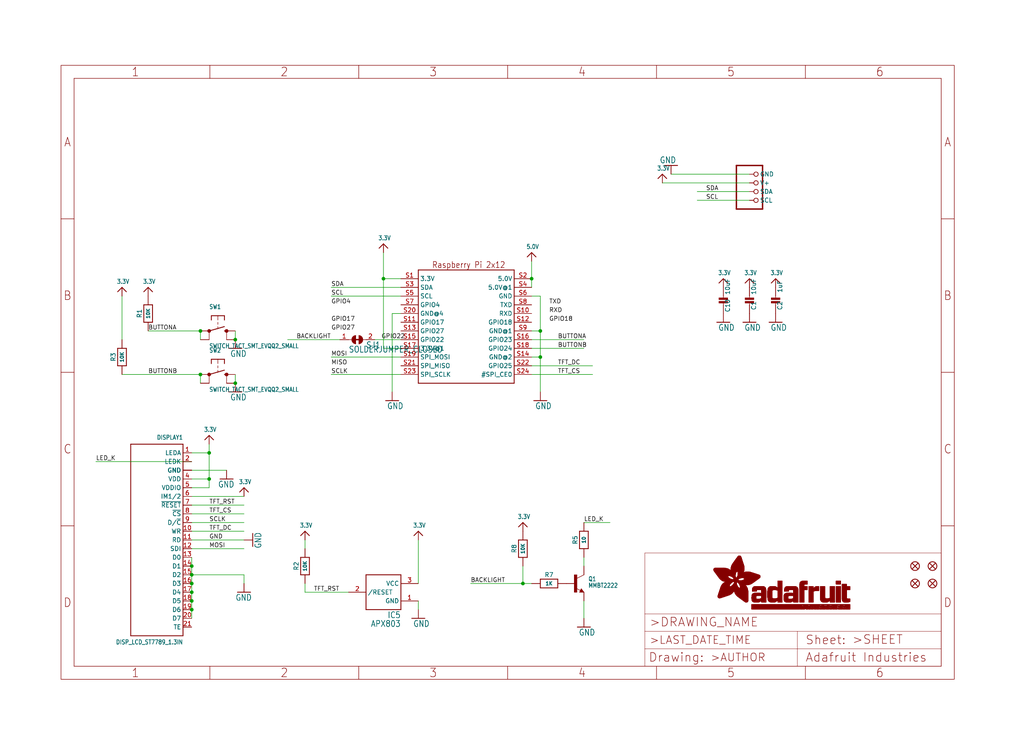
<source format=kicad_sch>
(kicad_sch (version 20211123) (generator eeschema)
  (paper "User" 298.45 217.881)
  (lib_symbols
    (symbol "schematicEagle-eagle-import:3.3V" (power)
      (property "Value" "3.3V" (at -1.524 1.016 0))
      (symbol "3.3V_1_0"
        (pin power_in line (at 0 -2.54 90) (length 2.54) (name "3.3V") (number "1"))
      )
    )
    (symbol "schematicEagle-eagle-import:5.0V" (power)
      (property "Value" "5.0V" (at -1.524 1.016 0))
      (symbol "5.0V_1_0"
        (pin power_in line (at 0 -2.54 90) (length 2.54) (name "5.0V") (number "1"))
      )
    )
    (symbol "schematicEagle-eagle-import:AXP083-SAG"
      (property "Reference" "IC" (at -5.08 -7.62 0))
      (property "Value" "AXP083-SAG" (at -5.08 -10.16 0))
      (symbol "AXP083-SAG_1_0"
        (pin power_in line (at -10.16 -2.54 0) (length 5.08) (name "GND") (number "1"))
        (pin output line (at 10.16 0 180) (length 5.08) (name "/RESET") (number "2"))
        (pin power_in line (at -10.16 2.54 0) (length 5.08) (name "VCC") (number "3"))
      )
    )
    (symbol "schematicEagle-eagle-import:CAP_CERAMIC0603_NO"
      (property "Reference" "C" (at -2.29 1.25 90))
      (property "Value" "CAP_CERAMIC0603_NO" (at 2.3 1.25 90))
      (symbol "CAP_CERAMIC0603_NO_1_0"
        (pin passive line (at 0 5.08 270) (length 2.54) (name "1") (number "1"))
        (pin passive line (at 0 -2.54 90) (length 2.54) (name "2") (number "2"))
      )
    )
    (symbol "schematicEagle-eagle-import:CAP_CERAMIC0805-NOOUTLINE"
      (property "Reference" "C" (at -2.29 1.25 90))
      (property "Value" "CAP_CERAMIC0805-NOOUTLINE" (at 2.3 1.25 90))
      (symbol "CAP_CERAMIC0805-NOOUTLINE_1_0"
        (pin passive line (at 0 5.08 270) (length 2.54) (name "1") (number "1"))
        (pin passive line (at 0 -2.54 90) (length 2.54) (name "2") (number "2"))
      )
    )
    (symbol "schematicEagle-eagle-import:DISP_LCD_ST7789_1.3IN"
      (property "Reference" "DISPLAY" (at -7.62 31.75 0))
      (property "Value" "DISP_LCD_ST7789_1.3IN" (at -7.62 -27.94 0))
      (symbol "DISP_LCD_ST7789_1.3IN_1_0"
        (pin input line (at -10.16 27.94 0) (length 2.54) (name "LEDA") (number "1"))
        (pin input line (at -10.16 5.08 0) (length 2.54) (name "WR") (number "10"))
        (pin input line (at -10.16 2.54 0) (length 2.54) (name "RD") (number "11"))
        (pin input line (at -10.16 0 0) (length 2.54) (name "SDI") (number "12"))
        (pin bidirectional line (at -10.16 -2.54 0) (length 2.54) (name "D0") (number "13"))
        (pin bidirectional line (at -10.16 -5.08 0) (length 2.54) (name "D1") (number "14"))
        (pin bidirectional line (at -10.16 -7.62 0) (length 2.54) (name "D2") (number "15"))
        (pin bidirectional line (at -10.16 -10.16 0) (length 2.54) (name "D3") (number "16"))
        (pin bidirectional line (at -10.16 -12.7 0) (length 2.54) (name "D4") (number "17"))
        (pin bidirectional line (at -10.16 -15.24 0) (length 2.54) (name "D5") (number "18"))
        (pin bidirectional line (at -10.16 -17.78 0) (length 2.54) (name "D6") (number "19"))
        (pin input line (at -10.16 25.4 0) (length 2.54) (name "LEDK") (number "2"))
        (pin bidirectional line (at -10.16 -20.32 0) (length 2.54) (name "D7") (number "20"))
        (pin output line (at -10.16 -22.86 0) (length 2.54) (name "TE") (number "21"))
        (pin power_in line (at -10.16 22.86 0) (length 2.54) (name "GND") (number "23"))
        (pin power_in line (at -10.16 22.86 0) (length 2.54) (name "GND") (number "24"))
        (pin power_in line (at -10.16 22.86 0) (length 2.54) (name "GND") (number "3"))
        (pin power_in line (at -10.16 20.32 0) (length 2.54) (name "VDD") (number "4"))
        (pin power_in line (at -10.16 17.78 0) (length 2.54) (name "VDDIO") (number "5"))
        (pin input line (at -10.16 15.24 0) (length 2.54) (name "IM1/2") (number "6"))
        (pin input line (at -10.16 12.7 0) (length 2.54) (name "~{RESET}") (number "7"))
        (pin input line (at -10.16 10.16 0) (length 2.54) (name "~{CS}") (number "8"))
        (pin input line (at -10.16 7.62 0) (length 2.54) (name "D/~{C}") (number "9"))
      )
    )
    (symbol "schematicEagle-eagle-import:FIDUCIAL_1MM")
    (symbol "schematicEagle-eagle-import:FRAME_A4_ADAFRUIT"
      (symbol "FRAME_A4_ADAFRUIT_0_0"
        (text "1" (at 21.6958 1.905 0) (effects (font (size 2.54 2.286))))
        (text "1" (at 21.6958 177.165 0) (effects (font (size 2.54 2.286))))
        (text "2" (at 65.0875 1.905 0) (effects (font (size 2.54 2.286))))
        (text "2" (at 65.0875 177.165 0) (effects (font (size 2.54 2.286))))
        (text "3" (at 108.4792 1.905 0) (effects (font (size 2.54 2.286))))
        (text "3" (at 108.4792 177.165 0) (effects (font (size 2.54 2.286))))
        (text "4" (at 151.8708 1.905 0) (effects (font (size 2.54 2.286))))
        (text "4" (at 151.8708 177.165 0) (effects (font (size 2.54 2.286))))
        (text "5" (at 195.2625 1.905 0) (effects (font (size 2.54 2.286))))
        (text "5" (at 195.2625 177.165 0) (effects (font (size 2.54 2.286))))
        (text "6" (at 238.6542 1.905 0) (effects (font (size 2.54 2.286))))
        (text "6" (at 238.6542 177.165 0) (effects (font (size 2.54 2.286))))
        (text "A" (at 1.905 156.6863 0) (effects (font (size 2.54 2.286))))
        (text "A" (at 258.445 156.6863 0) (effects (font (size 2.54 2.286))))
        (text "B" (at 1.905 111.9188 0) (effects (font (size 2.54 2.286))))
        (text "B" (at 258.445 111.9188 0) (effects (font (size 2.54 2.286))))
        (text "C" (at 1.905 67.1513 0) (effects (font (size 2.54 2.286))))
        (text "C" (at 258.445 67.1513 0) (effects (font (size 2.54 2.286))))
        (text "D" (at 1.905 22.3838 0) (effects (font (size 2.54 2.286))))
        (text "D" (at 258.445 22.3838 0) (effects (font (size 2.54 2.286))))
      )
      (symbol "FRAME_A4_ADAFRUIT_1_0"
        (text ">AUTHOR" (at 189.23 5.08 0) (effects (font (size 2.286 2.286)) (justify left bottom)))
        (text ">DRAWING_NAME" (at 171.45 15.24 0) (effects (font (size 2.54 2.54)) (justify left bottom)))
        (text ">LAST_DATE_TIME" (at 171.45 10.16 0) (effects (font (size 2.286 2.286)) (justify left bottom)))
        (text ">SHEET" (at 230.505 10.16 0) (effects (font (size 2.54 2.54)) (justify left bottom)))
        (text "Adafruit Industries" (at 216.916 4.953 0) (effects (font (size 2.54 2.54)) (justify left bottom)))
        (text "Drawing:" (at 171.196 4.953 0) (effects (font (size 2.54 2.54)) (justify left bottom)))
        (text "Sheet:" (at 216.916 10.033 0) (effects (font (size 2.54 2.54)) (justify left bottom)))
      )
    )
    (symbol "schematicEagle-eagle-import:GND" (power)
      (property "Value" "GND" (at -2.54 -2.54 0))
      (symbol "GND_1_0"
        (pin power_in line (at 0 2.54 270) (length 2.54) (name "GND") (number "1"))
      )
    )
    (symbol "schematicEagle-eagle-import:RASPBERRYPI_2X12_SMT"
      (symbol "RASPBERRYPI_2X12_SMT_1_0"
        (text "Raspberry Pi 2x12" (at 12.7 17.78 0) (effects (font (size 1.778 1.5113)) (justify right top)))
        (pin power_in line (at -17.78 12.7 0) (length 5.08) (name "3.3V") (number "S1"))
        (pin bidirectional line (at 20.32 2.54 180) (length 5.08) (name "RXD") (number "S10"))
        (pin bidirectional line (at -17.78 0 0) (length 5.08) (name "GPIO17") (number "S11"))
        (pin bidirectional line (at 20.32 0 180) (length 5.08) (name "GPIO18") (number "S12"))
        (pin bidirectional line (at -17.78 -2.54 0) (length 5.08) (name "GPIO27") (number "S13"))
        (pin power_in line (at 20.32 -10.16 180) (length 5.08) (name "GND@2") (number "S14"))
        (pin bidirectional line (at -17.78 -5.08 0) (length 5.08) (name "GPIO22") (number "S15"))
        (pin bidirectional line (at 20.32 -5.08 180) (length 5.08) (name "GPIO23") (number "S16"))
        (pin power_in line (at -17.78 -7.62 0) (length 5.08) (name "3.3V@1") (number "S17"))
        (pin bidirectional line (at 20.32 -7.62 180) (length 5.08) (name "GPIO24") (number "S18"))
        (pin bidirectional line (at -17.78 -10.16 0) (length 5.08) (name "SPI_MOSI") (number "S19"))
        (pin power_in line (at 20.32 12.7 180) (length 5.08) (name "5.0V") (number "S2"))
        (pin power_in line (at -17.78 2.54 0) (length 5.08) (name "GND@4") (number "S20"))
        (pin bidirectional line (at -17.78 -12.7 0) (length 5.08) (name "SPI_MISO") (number "S21"))
        (pin bidirectional line (at 20.32 -12.7 180) (length 5.08) (name "GPIO25") (number "S22"))
        (pin bidirectional line (at -17.78 -15.24 0) (length 5.08) (name "SPI_SCLK") (number "S23"))
        (pin bidirectional line (at 20.32 -15.24 180) (length 5.08) (name "#SPI_CE0") (number "S24"))
        (pin bidirectional line (at -17.78 10.16 0) (length 5.08) (name "SDA") (number "S3"))
        (pin power_in line (at 20.32 10.16 180) (length 5.08) (name "5.0V@1") (number "S4"))
        (pin bidirectional line (at -17.78 7.62 0) (length 5.08) (name "SCL") (number "S5"))
        (pin power_in line (at 20.32 7.62 180) (length 5.08) (name "GND") (number "S6"))
        (pin bidirectional line (at -17.78 5.08 0) (length 5.08) (name "GPIO4") (number "S7"))
        (pin bidirectional line (at 20.32 5.08 180) (length 5.08) (name "TXD") (number "S8"))
        (pin power_in line (at 20.32 -2.54 180) (length 5.08) (name "GND@1") (number "S9"))
      )
    )
    (symbol "schematicEagle-eagle-import:RESISTOR_0603_NOOUT"
      (property "Reference" "R" (at 0 2.54 0))
      (property "Value" "RESISTOR_0603_NOOUT" (at 0 0 0))
      (symbol "RESISTOR_0603_NOOUT_1_0"
        (pin passive line (at -5.08 0 0) (length 2.54) (name "1") (number "1"))
        (pin passive line (at 5.08 0 180) (length 2.54) (name "2") (number "2"))
      )
    )
    (symbol "schematicEagle-eagle-import:SOLDERJUMPER_CLOSED"
      (property "Reference" "SJ" (at -2.54 2.54 0))
      (property "Value" "SOLDERJUMPER_CLOSED" (at -2.54 -3.81 0))
      (symbol "SOLDERJUMPER_CLOSED_1_0"
        (pin passive line (at -5.08 0 0) (length 2.54) (name "1") (number "1"))
        (pin passive line (at 5.08 0 180) (length 2.54) (name "2") (number "2"))
      )
    )
    (symbol "schematicEagle-eagle-import:STEMMA_I2C_QT"
      (symbol "STEMMA_I2C_QT_1_0"
        (pin passive inverted (at 0 5.08 0) (length 2.54) (name "GND") (number "1"))
        (pin passive inverted (at 0 2.54 0) (length 2.54) (name "V+") (number "2"))
        (pin passive inverted (at 0 0 0) (length 2.54) (name "SDA") (number "3"))
        (pin passive inverted (at 0 -2.54 0) (length 2.54) (name "SCL") (number "4"))
      )
      (symbol "STEMMA_I2C_QT_2_0"
        (pin bidirectional line (at 0 0 0) (length 5.08) (name "MT") (number "MT1"))
      )
      (symbol "STEMMA_I2C_QT_3_0"
        (pin bidirectional line (at 0 0 0) (length 5.08) (name "MT") (number "MT2"))
      )
    )
    (symbol "schematicEagle-eagle-import:SWITCH_TACT_SMT_EVQQ2_SMALL"
      (property "Reference" "SW" (at -2.54 6.35 0))
      (property "Value" "SWITCH_TACT_SMT_EVQQ2_SMALL" (at -2.54 -5.08 0))
      (symbol "SWITCH_TACT_SMT_EVQQ2_SMALL_1_0"
        (pin passive line (at -5.08 0 0) (length 2.54) (name "P") (number "A"))
        (pin passive line (at -5.08 -2.54 0) (length 2.54) (name "P1") (number "A'"))
        (pin passive line (at 5.08 0 180) (length 2.54) (name "S") (number "B"))
        (pin passive line (at 5.08 -2.54 180) (length 2.54) (name "S1") (number "B'"))
      )
    )
    (symbol "schematicEagle-eagle-import:TRANSISTOR_NPNWIDE"
      (property "Reference" "Q" (at 1.27 0.635 0))
      (property "Value" "TRANSISTOR_NPNWIDE" (at 1.27 -1.27 0))
      (symbol "TRANSISTOR_NPNWIDE_1_0"
        (pin passive line (at -5.08 0 0) (length 2.54) (name "B") (number "1"))
        (pin passive line (at 0 -5.08 90) (length 2.54) (name "E") (number "2"))
        (pin passive line (at 0 5.08 270) (length 2.54) (name "C") (number "3"))
      )
    )
  )
  (junction (at 154.94 81.28))
  (junction (at 68.58 99.06))
  (junction (at 55.88 175.26))
  (junction (at 55.88 165.1))
  (junction (at 152.4 170.18))
  (junction (at 60.96 132.08))
  (junction (at 55.88 172.72))
  (junction (at 55.88 177.8))
  (junction (at 157.48 96.52))
  (junction (at 157.48 104.14))
  (junction (at 55.88 167.64))
  (junction (at 55.88 170.18))
  (junction (at 58.42 96.52))
  (junction (at 68.58 111.76))
  (junction (at 58.42 109.22))
  (junction (at 111.76 81.28))
  (junction (at 60.96 139.7))
  (wire (pts (xy 114.3 91.44) (xy 114.3 114.3)))
  (wire (pts (xy 35.56 109.22) (xy 58.42 109.22)))
  (wire (pts (xy 55.88 152.4) (xy 71.12 152.4)))
  (wire (pts (xy 96.52 104.14) (xy 116.84 104.14)))
  (wire (pts (xy 55.88 165.1) (xy 55.88 167.64)))
  (wire (pts (xy 58.42 99.06) (xy 58.42 96.52)))
  (wire (pts (xy 116.84 101.6) (xy 111.76 101.6)))
  (wire (pts (xy 68.58 96.52) (xy 68.58 99.06)))
  (wire (pts (xy 55.88 157.48) (xy 71.12 157.48)))
  (wire (pts (xy 71.12 160.02) (xy 55.88 160.02)))
  (wire (pts (xy 58.42 109.22) (xy 58.42 111.76)))
  (wire (pts (xy 170.18 162.56) (xy 170.18 165.1)))
  (wire (pts (xy 111.76 101.6) (xy 111.76 81.28)))
  (wire (pts (xy 55.88 177.8) (xy 55.88 180.34)))
  (wire (pts (xy 218.44 50.8) (xy 195.58 50.8)))
  (wire (pts (xy 71.12 154.94) (xy 55.88 154.94)))
  (wire (pts (xy 55.88 170.18) (xy 55.88 172.72)))
  (wire (pts (xy 154.94 86.36) (xy 157.48 86.36)))
  (wire (pts (xy 71.12 149.86) (xy 55.88 149.86)))
  (wire (pts (xy 88.9 172.72) (xy 88.9 170.18)))
  (wire (pts (xy 96.52 86.36) (xy 116.84 86.36)))
  (wire (pts (xy 68.58 109.22) (xy 68.58 111.76)))
  (wire (pts (xy 154.94 106.68) (xy 172.72 106.68)))
  (wire (pts (xy 157.48 86.36) (xy 157.48 96.52)))
  (wire (pts (xy 55.88 142.24) (xy 60.96 142.24)))
  (wire (pts (xy 111.76 81.28) (xy 111.76 73.66)))
  (wire (pts (xy 170.18 175.26) (xy 170.18 180.34)))
  (wire (pts (xy 55.88 147.32) (xy 71.12 147.32)))
  (wire (pts (xy 60.96 139.7) (xy 60.96 132.08)))
  (wire (pts (xy 35.56 99.06) (xy 35.56 86.36)))
  (wire (pts (xy 154.94 170.18) (xy 152.4 170.18)))
  (wire (pts (xy 60.96 142.24) (xy 60.96 139.7)))
  (wire (pts (xy 55.88 167.64) (xy 55.88 170.18)))
  (wire (pts (xy 55.88 175.26) (xy 55.88 177.8)))
  (wire (pts (xy 203.2 55.88) (xy 218.44 55.88)))
  (wire (pts (xy 218.44 53.34) (xy 193.04 53.34)))
  (wire (pts (xy 60.96 132.08) (xy 60.96 129.54)))
  (wire (pts (xy 154.94 101.6) (xy 170.18 101.6)))
  (wire (pts (xy 116.84 99.06) (xy 109.22 99.06)))
  (wire (pts (xy 154.94 99.06) (xy 170.18 99.06)))
  (wire (pts (xy 154.94 109.22) (xy 172.72 109.22)))
  (wire (pts (xy 55.88 167.64) (xy 71.12 167.64)))
  (wire (pts (xy 121.92 175.26) (xy 121.92 177.8)))
  (wire (pts (xy 55.88 139.7) (xy 60.96 139.7)))
  (wire (pts (xy 55.88 144.78) (xy 71.12 144.78)))
  (wire (pts (xy 154.94 96.52) (xy 157.48 96.52)))
  (wire (pts (xy 157.48 96.52) (xy 157.48 104.14)))
  (wire (pts (xy 101.6 172.72) (xy 88.9 172.72)))
  (wire (pts (xy 154.94 83.82) (xy 154.94 81.28)))
  (wire (pts (xy 116.84 91.44) (xy 114.3 91.44)))
  (wire (pts (xy 55.88 137.16) (xy 66.04 137.16)))
  (wire (pts (xy 55.88 134.62) (xy 27.94 134.62)))
  (wire (pts (xy 55.88 162.56) (xy 55.88 165.1)))
  (wire (pts (xy 152.4 170.18) (xy 137.16 170.18)))
  (wire (pts (xy 203.2 58.42) (xy 218.44 58.42)))
  (wire (pts (xy 154.94 104.14) (xy 157.48 104.14)))
  (wire (pts (xy 116.84 81.28) (xy 111.76 81.28)))
  (wire (pts (xy 88.9 160.02) (xy 88.9 157.48)))
  (wire (pts (xy 96.52 83.82) (xy 116.84 83.82)))
  (wire (pts (xy 121.92 170.18) (xy 121.92 157.48)))
  (wire (pts (xy 116.84 109.22) (xy 96.52 109.22)))
  (wire (pts (xy 152.4 165.1) (xy 152.4 170.18)))
  (wire (pts (xy 99.06 99.06) (xy 83.82 99.06)))
  (wire (pts (xy 71.12 167.64) (xy 71.12 170.18)))
  (wire (pts (xy 154.94 81.28) (xy 154.94 76.2)))
  (wire (pts (xy 177.8 152.4) (xy 170.18 152.4)))
  (wire (pts (xy 157.48 104.14) (xy 157.48 114.3)))
  (wire (pts (xy 55.88 172.72) (xy 55.88 175.26)))
  (wire (pts (xy 58.42 96.52) (xy 43.18 96.52)))
  (wire (pts (xy 55.88 132.08) (xy 60.96 132.08)))
  (label "BACKLIGHT" (at 86.36 99.06 0) (effects (font (size 1.2446 1.2446))))
  (label "BUTTONB" (at 43.18 109.22 0) (effects (font (size 1.2446 1.2446))))
  (label "BACKLIGHT" (at 137.16 170.18 0) (effects (font (size 1.2446 1.2446))))
  (label "SDA" (at 96.52 83.82 0) (effects (font (size 1.2446 1.2446))))
  (label "GPIO17" (at 96.52 93.98 0) (effects (font (size 1.2446 1.2446))))
  (label "GPIO18" (at 160.02 93.98 0) (effects (font (size 1.2446 1.2446))))
  (label "SCL" (at 96.52 86.36 0) (effects (font (size 1.2446 1.2446))))
  (label "BUTTONB" (at 162.56 101.6 0) (effects (font (size 1.2446 1.2446))))
  (label "BUTTONA" (at 162.56 99.06 0) (effects (font (size 1.2446 1.2446))))
  (label "GND" (at 60.96 157.48 0) (effects (font (size 1.2446 1.2446))))
  (label "TFT_RST" (at 60.96 147.32 0) (effects (font (size 1.2446 1.2446))))
  (label "TFT_CS" (at 162.56 109.22 0) (effects (font (size 1.2446 1.2446))))
  (label "LED_K" (at 27.94 134.62 0) (effects (font (size 1.2446 1.2446))))
  (label "MOSI" (at 96.52 104.14 0) (effects (font (size 1.2446 1.2446))))
  (label "GPIO4" (at 96.52 88.9 0) (effects (font (size 1.2446 1.2446))))
  (label "RXD" (at 160.02 91.44 0) (effects (font (size 1.2446 1.2446))))
  (label "TFT_DC" (at 162.56 106.68 0) (effects (font (size 1.2446 1.2446))))
  (label "SCL" (at 205.74 58.42 0) (effects (font (size 1.2446 1.2446))))
  (label "TXD" (at 160.02 88.9 0) (effects (font (size 1.2446 1.2446))))
  (label "TFT_DC" (at 60.96 154.94 0) (effects (font (size 1.2446 1.2446))))
  (label "GPIO22" (at 111.125 99.06 0) (effects (font (size 1.2446 1.2446))))
  (label "BUTTONA" (at 43.18 96.52 0) (effects (font (size 1.2446 1.2446))))
  (label "GPIO27" (at 96.52 96.52 0) (effects (font (size 1.2446 1.2446))))
  (label "MOSI" (at 60.96 160.02 0) (effects (font (size 1.2446 1.2446))))
  (label "TFT_RST" (at 91.44 172.72 0) (effects (font (size 1.2446 1.2446))))
  (label "TFT_CS" (at 60.96 149.86 0) (effects (font (size 1.2446 1.2446))))
  (label "MISO" (at 96.52 106.68 0) (effects (font (size 1.2446 1.2446))))
  (label "SCLK" (at 60.96 152.4 0) (effects (font (size 1.2446 1.2446))))
  (label "LED_K" (at 170.18 152.4 0) (effects (font (size 1.2446 1.2446))))
  (label "SCLK" (at 96.52 109.22 0) (effects (font (size 1.2446 1.2446))))
  (label "SDA" (at 205.74 55.88 0) (effects (font (size 1.2446 1.2446))))
  (symbol (lib_id "schematicEagle-eagle-import:RESISTOR_0603_NOOUT") (at 43.18 91.44 90) (unit 1)
    (property "Reference" "R1" (at 40.64 91.44 0))
    (property "Value" "10K" (at 43.18 91.44 0) (effects (font (size 1.016 1.016) bold)))
    (property "Footprint" "schematicEagle:0603-NO" (effects hide))
  )
  (symbol (lib_id "schematicEagle-eagle-import:GND") (at 71.12 172.72 0) (unit 1)
    (property "Reference" "#GND4" (effects hide))
    (property "Value" "GND" (at 68.58 175.26 0) (effects (font (size 1.778 1.5113)) (justify left bottom)))
    (property "Footprint" "schematicEagle:" (effects hide))
  )
  (symbol (lib_id "schematicEagle-eagle-import:5.0V") (at 154.94 73.66 0) (unit 1)
    (property "Reference" "#U$8" (effects hide))
    (property "Value" "5.0V" (at 153.416 72.644 0) (effects (font (size 1.27 1.0795)) (justify left bottom)))
    (property "Footprint" "schematicEagle:" (effects hide))
  )
  (symbol (lib_id "schematicEagle-eagle-import:TRANSISTOR_NPNWIDE") (at 170.18 170.18 0) (unit 1)
    (property "Reference" "Q1" (at 171.45 169.545 0) (effects (font (size 1.27 1.0795)) (justify left bottom)))
    (property "Value" "MMBT2222" (at 171.45 171.45 0) (effects (font (size 1.27 1.0795)) (justify left bottom)))
    (property "Footprint" "schematicEagle:SOT23-WIDE" (effects hide))
  )
  (symbol (lib_id "schematicEagle-eagle-import:3.3V") (at 88.9 154.94 0) (unit 1)
    (property "Reference" "#U$21" (effects hide))
    (property "Value" "3.3V" (at 87.376 153.924 0) (effects (font (size 1.27 1.0795)) (justify left bottom)))
    (property "Footprint" "schematicEagle:" (effects hide))
  )
  (symbol (lib_id "schematicEagle-eagle-import:GND") (at 73.66 157.48 90) (unit 1)
    (property "Reference" "#GND6" (effects hide))
    (property "Value" "GND" (at 76.2 160.02 0) (effects (font (size 1.778 1.5113)) (justify left bottom)))
    (property "Footprint" "schematicEagle:" (effects hide))
  )
  (symbol (lib_id "schematicEagle-eagle-import:RESISTOR_0603_NOOUT") (at 160.02 170.18 0) (unit 1)
    (property "Reference" "R7" (at 160.02 167.64 0))
    (property "Value" "1K" (at 160.02 170.18 0) (effects (font (size 1.016 1.016) bold)))
    (property "Footprint" "schematicEagle:0603-NO" (effects hide))
  )
  (symbol (lib_id "schematicEagle-eagle-import:FIDUCIAL_1MM") (at 266.7 170.18 0) (unit 1)
    (property "Reference" "FID3" (effects hide))
    (property "Value" "FIDUCIAL_1MM" (effects hide))
    (property "Footprint" "schematicEagle:FIDUCIAL_1MM" (effects hide))
  )
  (symbol (lib_id "schematicEagle-eagle-import:GND") (at 68.58 114.3 0) (unit 1)
    (property "Reference" "#U$10" (effects hide))
    (property "Value" "GND" (at 67.056 116.84 0) (effects (font (size 1.778 1.5113)) (justify left bottom)))
    (property "Footprint" "schematicEagle:" (effects hide))
  )
  (symbol (lib_id "schematicEagle-eagle-import:GND") (at 114.3 116.84 0) (unit 1)
    (property "Reference" "#U$7" (effects hide))
    (property "Value" "GND" (at 112.776 119.38 0) (effects (font (size 1.778 1.5113)) (justify left bottom)))
    (property "Footprint" "schematicEagle:" (effects hide))
  )
  (symbol (lib_id "schematicEagle-eagle-import:SWITCH_TACT_SMT_EVQQ2_SMALL") (at 63.5 96.52 0) (unit 1)
    (property "Reference" "SW1" (at 60.96 90.17 0) (effects (font (size 1.27 1.0795)) (justify left bottom)))
    (property "Value" "SWITCH_TACT_SMT_EVQQ2_SMALL" (at 60.96 101.6 0) (effects (font (size 1.27 1.0795)) (justify left bottom)))
    (property "Footprint" "schematicEagle:EVQ-Q2_SMALLER" (effects hide))
  )
  (symbol (lib_id "schematicEagle-eagle-import:FRAME_A4_ADAFRUIT") (at 17.78 198.12 0) (unit 1)
    (property "Reference" "#U$1" (effects hide))
    (property "Value" "FRAME_A4_ADAFRUIT" (effects hide))
    (property "Footprint" "schematicEagle:" (effects hide))
  )
  (symbol (lib_id "schematicEagle-eagle-import:3.3V") (at 43.18 83.82 0) (unit 1)
    (property "Reference" "#U$12" (effects hide))
    (property "Value" "3.3V" (at 41.656 82.804 0) (effects (font (size 1.27 1.0795)) (justify left bottom)))
    (property "Footprint" "schematicEagle:" (effects hide))
  )
  (symbol (lib_id "schematicEagle-eagle-import:GND") (at 157.48 116.84 0) (unit 1)
    (property "Reference" "#U$3" (effects hide))
    (property "Value" "GND" (at 155.956 119.38 0) (effects (font (size 1.778 1.5113)) (justify left bottom)))
    (property "Footprint" "schematicEagle:" (effects hide))
  )
  (symbol (lib_id "schematicEagle-eagle-import:GND") (at 218.44 93.98 0) (unit 1)
    (property "Reference" "#U$27" (effects hide))
    (property "Value" "GND" (at 216.916 96.52 0) (effects (font (size 1.778 1.5113)) (justify left bottom)))
    (property "Footprint" "schematicEagle:" (effects hide))
  )
  (symbol (lib_id "schematicEagle-eagle-import:FIDUCIAL_1MM") (at 266.7 165.1 0) (unit 1)
    (property "Reference" "FID2" (effects hide))
    (property "Value" "FIDUCIAL_1MM" (effects hide))
    (property "Footprint" "schematicEagle:FIDUCIAL_1MM" (effects hide))
  )
  (symbol (lib_id "schematicEagle-eagle-import:DISP_LCD_ST7789_1.3IN") (at 45.72 160.02 0) (mirror y) (unit 1)
    (property "Reference" "DISPLAY1" (at 53.34 128.27 0) (effects (font (size 1.27 1.0795)) (justify left bottom)))
    (property "Value" "DISP_LCD_ST7789_1.3IN" (at 53.34 187.96 0) (effects (font (size 1.27 1.0795)) (justify left bottom)))
    (property "Footprint" "schematicEagle:TFT_1.3IN_240X240_24P" (effects hide))
  )
  (symbol (lib_id "schematicEagle-eagle-import:3.3V") (at 60.96 127 0) (unit 1)
    (property "Reference" "#U$19" (effects hide))
    (property "Value" "3.3V" (at 59.436 125.984 0) (effects (font (size 1.27 1.0795)) (justify left bottom)))
    (property "Footprint" "schematicEagle:" (effects hide))
  )
  (symbol (lib_id "schematicEagle-eagle-import:3.3V") (at 121.92 154.94 0) (unit 1)
    (property "Reference" "#U$31" (effects hide))
    (property "Value" "3.3V" (at 120.396 153.924 0) (effects (font (size 1.27 1.0795)) (justify left bottom)))
    (property "Footprint" "schematicEagle:" (effects hide))
  )
  (symbol (lib_id "schematicEagle-eagle-import:FIDUCIAL_1MM") (at 271.78 165.1 0) (unit 1)
    (property "Reference" "FID1" (effects hide))
    (property "Value" "FIDUCIAL_1MM" (effects hide))
    (property "Footprint" "schematicEagle:FIDUCIAL_1MM" (effects hide))
  )
  (symbol (lib_id "schematicEagle-eagle-import:3.3V") (at 111.76 71.12 0) (unit 1)
    (property "Reference" "#U$2" (effects hide))
    (property "Value" "3.3V" (at 110.236 70.104 0) (effects (font (size 1.27 1.0795)) (justify left bottom)))
    (property "Footprint" "schematicEagle:" (effects hide))
  )
  (symbol (lib_id "schematicEagle-eagle-import:RESISTOR_0603_NOOUT") (at 152.4 160.02 90) (unit 1)
    (property "Reference" "R8" (at 149.86 160.02 0))
    (property "Value" "10K" (at 152.4 160.02 0) (effects (font (size 1.016 1.016) bold)))
    (property "Footprint" "schematicEagle:0603-NO" (effects hide))
  )
  (symbol (lib_id "schematicEagle-eagle-import:GND") (at 195.58 48.26 180) (unit 1)
    (property "Reference" "#U$25" (effects hide))
    (property "Value" "GND" (at 197.104 45.72 0) (effects (font (size 1.778 1.5113)) (justify left bottom)))
    (property "Footprint" "schematicEagle:" (effects hide))
  )
  (symbol (lib_id "schematicEagle-eagle-import:3.3V") (at 35.56 83.82 0) (unit 1)
    (property "Reference" "#U$14" (effects hide))
    (property "Value" "3.3V" (at 34.036 82.804 0) (effects (font (size 1.27 1.0795)) (justify left bottom)))
    (property "Footprint" "schematicEagle:" (effects hide))
  )
  (symbol (lib_id "schematicEagle-eagle-import:GND") (at 68.58 101.6 0) (unit 1)
    (property "Reference" "#U$11" (effects hide))
    (property "Value" "GND" (at 67.056 104.14 0) (effects (font (size 1.778 1.5113)) (justify left bottom)))
    (property "Footprint" "schematicEagle:" (effects hide))
  )
  (symbol (lib_id "schematicEagle-eagle-import:RASPBERRYPI_2X12_SMT") (at 134.62 93.98 0) (unit 1)
    (property "Reference" "RASPI1" (effects hide))
    (property "Value" "RASPBERRYPI_2X12_SMT" (effects hide))
    (property "Footprint" "schematicEagle:RASPBERRYPI_2X12_SMT" (effects hide))
  )
  (symbol (lib_id "schematicEagle-eagle-import:AXP083-SAG") (at 111.76 172.72 0) (mirror y) (unit 1)
    (property "Reference" "IC5" (at 116.84 180.34 0) (effects (font (size 1.778 1.5113)) (justify left bottom)))
    (property "Value" "APX803" (at 116.84 182.88 0) (effects (font (size 1.778 1.5113)) (justify left bottom)))
    (property "Footprint" "schematicEagle:SOT23" (effects hide))
  )
  (symbol (lib_id "schematicEagle-eagle-import:GND") (at 121.92 180.34 0) (unit 1)
    (property "Reference" "#U$17" (effects hide))
    (property "Value" "GND" (at 120.396 182.88 0) (effects (font (size 1.778 1.5113)) (justify left bottom)))
    (property "Footprint" "schematicEagle:" (effects hide))
  )
  (symbol (lib_id "schematicEagle-eagle-import:RESISTOR_0603_NOOUT") (at 88.9 165.1 90) (unit 1)
    (property "Reference" "R2" (at 86.36 165.1 0))
    (property "Value" "10K" (at 88.9 165.1 0) (effects (font (size 1.016 1.016) bold)))
    (property "Footprint" "schematicEagle:0603-NO" (effects hide))
  )
  (symbol (lib_id "schematicEagle-eagle-import:3.3V") (at 193.04 50.8 0) (unit 1)
    (property "Reference" "#U$24" (effects hide))
    (property "Value" "3.3V" (at 191.516 49.784 0) (effects (font (size 1.27 1.0795)) (justify left bottom)))
    (property "Footprint" "schematicEagle:" (effects hide))
  )
  (symbol (lib_id "schematicEagle-eagle-import:CAP_CERAMIC0805-NOOUTLINE") (at 218.44 86.36 180) (unit 1)
    (property "Reference" "C1" (at 219.69 89.15 90))
    (property "Value" "10uF" (at 219.69 83.58 90))
    (property "Footprint" "schematicEagle:0805-NO" (effects hide))
  )
  (symbol (lib_id "schematicEagle-eagle-import:SOLDERJUMPER_CLOSED") (at 104.14 99.06 0) (unit 1)
    (property "Reference" "SJ1" (at 106.68 101.6 0) (effects (font (size 1.778 1.5113)) (justify left bottom)))
    (property "Value" "SOLDERJUMPER_CLOSED" (at 101.6 102.87 0) (effects (font (size 1.778 1.5113)) (justify left bottom)))
    (property "Footprint" "schematicEagle:SOLDERJUMPER_CLOSEDWIRE" (effects hide))
  )
  (symbol (lib_id "schematicEagle-eagle-import:FIDUCIAL_1MM") (at 271.78 170.18 0) (unit 1)
    (property "Reference" "FID4" (effects hide))
    (property "Value" "FIDUCIAL_1MM" (effects hide))
    (property "Footprint" "schematicEagle:FIDUCIAL_1MM" (effects hide))
  )
  (symbol (lib_id "schematicEagle-eagle-import:3.3V") (at 71.12 142.24 0) (unit 1)
    (property "Reference" "#U$20" (effects hide))
    (property "Value" "3.3V" (at 69.596 141.224 0) (effects (font (size 1.27 1.0795)) (justify left bottom)))
    (property "Footprint" "schematicEagle:" (effects hide))
  )
  (symbol (lib_id "schematicEagle-eagle-import:3.3V") (at 152.4 152.4 0) (unit 1)
    (property "Reference" "#U$30" (effects hide))
    (property "Value" "3.3V" (at 150.876 151.384 0) (effects (font (size 1.27 1.0795)) (justify left bottom)))
    (property "Footprint" "schematicEagle:" (effects hide))
  )
  (symbol (lib_id "schematicEagle-eagle-import:GND") (at 170.18 182.88 0) (unit 1)
    (property "Reference" "#U$29" (effects hide))
    (property "Value" "GND" (at 168.656 185.42 0) (effects (font (size 1.778 1.5113)) (justify left bottom)))
    (property "Footprint" "schematicEagle:" (effects hide))
  )
  (symbol (lib_id "schematicEagle-eagle-import:CAP_CERAMIC0805-NOOUTLINE") (at 210.82 86.36 180) (unit 1)
    (property "Reference" "C10" (at 212.07 89.15 90))
    (property "Value" "10uF" (at 212.07 83.58 90))
    (property "Footprint" "schematicEagle:0805-NO" (effects hide))
  )
  (symbol (lib_id "schematicEagle-eagle-import:3.3V") (at 226.06 81.28 0) (unit 1)
    (property "Reference" "#U$16" (effects hide))
    (property "Value" "3.3V" (at 224.536 80.264 0) (effects (font (size 1.27 1.0795)) (justify left bottom)))
    (property "Footprint" "schematicEagle:" (effects hide))
  )
  (symbol (lib_id "schematicEagle-eagle-import:GND") (at 226.06 93.98 0) (unit 1)
    (property "Reference" "#U$18" (effects hide))
    (property "Value" "GND" (at 224.536 96.52 0) (effects (font (size 1.778 1.5113)) (justify left bottom)))
    (property "Footprint" "schematicEagle:" (effects hide))
  )
  (symbol (lib_id "schematicEagle-eagle-import:RESISTOR_0603_NOOUT") (at 170.18 157.48 90) (unit 1)
    (property "Reference" "R5" (at 167.64 157.48 0))
    (property "Value" "10" (at 170.18 157.48 0) (effects (font (size 1.016 1.016) bold)))
    (property "Footprint" "schematicEagle:0603-NO" (effects hide))
  )
  (symbol (lib_id "schematicEagle-eagle-import:3.3V") (at 210.82 81.28 0) (unit 1)
    (property "Reference" "#U$22" (effects hide))
    (property "Value" "3.3V" (at 209.296 80.264 0) (effects (font (size 1.27 1.0795)) (justify left bottom)))
    (property "Footprint" "schematicEagle:" (effects hide))
  )
  (symbol (lib_id "schematicEagle-eagle-import:GND") (at 66.04 139.7 0) (unit 1)
    (property "Reference" "#GND3" (effects hide))
    (property "Value" "GND" (at 63.5 142.24 0) (effects (font (size 1.778 1.5113)) (justify left bottom)))
    (property "Footprint" "schematicEagle:" (effects hide))
  )
  (symbol (lib_id "schematicEagle-eagle-import:CAP_CERAMIC0603_NO") (at 226.06 86.36 180) (unit 1)
    (property "Reference" "C2" (at 227.31 89.15 90))
    (property "Value" "1uF" (at 227.31 83.58 90))
    (property "Footprint" "schematicEagle:0603-NO" (effects hide))
  )
  (symbol (lib_id "schematicEagle-eagle-import:RESISTOR_0603_NOOUT") (at 35.56 104.14 90) (unit 1)
    (property "Reference" "R3" (at 33.02 104.14 0))
    (property "Value" "10K" (at 35.56 104.14 0) (effects (font (size 1.016 1.016) bold)))
    (property "Footprint" "schematicEagle:0603-NO" (effects hide))
  )
  (symbol (lib_id "schematicEagle-eagle-import:3.3V") (at 218.44 81.28 0) (unit 1)
    (property "Reference" "#U$26" (effects hide))
    (property "Value" "3.3V" (at 216.916 80.264 0) (effects (font (size 1.27 1.0795)) (justify left bottom)))
    (property "Footprint" "schematicEagle:" (effects hide))
  )
  (symbol (lib_id "schematicEagle-eagle-import:SWITCH_TACT_SMT_EVQQ2_SMALL") (at 63.5 109.22 0) (unit 1)
    (property "Reference" "SW2" (at 60.96 102.87 0) (effects (font (size 1.27 1.0795)) (justify left bottom)))
    (property "Value" "SWITCH_TACT_SMT_EVQQ2_SMALL" (at 60.96 114.3 0) (effects (font (size 1.27 1.0795)) (justify left bottom)))
    (property "Footprint" "schematicEagle:EVQ-Q2_SMALLER" (effects hide))
  )
  (symbol (lib_id "schematicEagle-eagle-import:STEMMA_I2C_QT") (at 218.44 55.88 0) (unit 1)
    (property "Reference" "CONN1" (effects hide))
    (property "Value" "STEMMA_I2C_QT" (effects hide))
    (property "Footprint" "schematicEagle:JST_SH4" (effects hide))
  )
  (symbol (lib_id "schematicEagle-eagle-import:GND") (at 210.82 93.98 0) (unit 1)
    (property "Reference" "#U$23" (effects hide))
    (property "Value" "GND" (at 209.296 96.52 0) (effects (font (size 1.778 1.5113)) (justify left bottom)))
    (property "Footprint" "schematicEagle:" (effects hide))
  )
)
</source>
